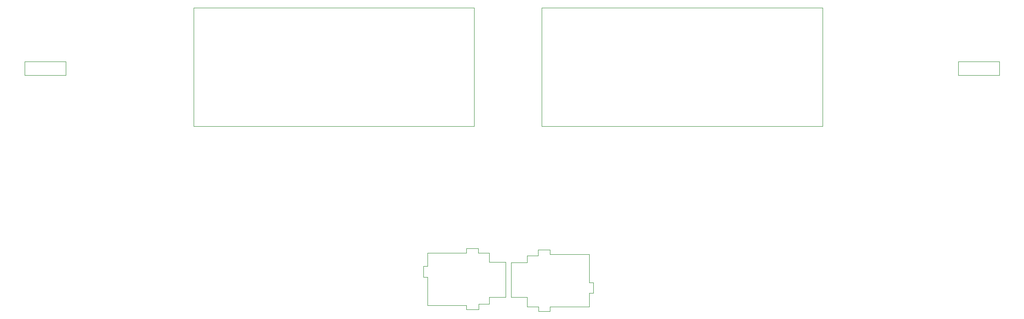
<source format=gbr>
%TF.GenerationSoftware,KiCad,Pcbnew,7.0.0-da2b9df05c~165~ubuntu22.04.1*%
%TF.CreationDate,2023-02-23T10:01:47+01:00*%
%TF.ProjectId,Europe-ergo,4575726f-7065-42d6-9572-676f2e6b6963,rev?*%
%TF.SameCoordinates,Original*%
%TF.FileFunction,Other,User*%
%FSLAX46Y46*%
G04 Gerber Fmt 4.6, Leading zero omitted, Abs format (unit mm)*
G04 Created by KiCad (PCBNEW 7.0.0-da2b9df05c~165~ubuntu22.04.1) date 2023-02-23 10:01:47*
%MOMM*%
%LPD*%
G01*
G04 APERTURE LIST*
%ADD10C,0.050000*%
%ADD11C,0.120000*%
G04 APERTURE END LIST*
D10*
%TO.C,SW16*%
X403360000Y-51730000D02*
X395740000Y-51730000D01*
X395740000Y-51730000D02*
X395740000Y-54270000D01*
X395740000Y-54270000D02*
X403360000Y-54270000D01*
X403360000Y-54270000D02*
X403360000Y-51730000D01*
%TO.C,SW15*%
X222650000Y-54270000D02*
X230270000Y-54270000D01*
X230270000Y-54270000D02*
X230270000Y-51730000D01*
X230270000Y-51730000D02*
X222650000Y-51730000D01*
X222650000Y-51730000D02*
X222650000Y-54270000D01*
%TO.C,J2*%
X328075000Y-94750000D02*
X328075000Y-92750000D01*
X328075000Y-92750000D02*
X327325000Y-92750000D01*
X327325000Y-97250000D02*
X327325000Y-94750000D01*
X327325000Y-94750000D02*
X328075000Y-94750000D01*
X327325000Y-92750000D02*
X327325000Y-87500000D01*
X327325000Y-87500000D02*
X320075000Y-87500000D01*
X320075000Y-98100000D02*
X320075000Y-97250000D01*
X320075000Y-97250000D02*
X327325000Y-97250000D01*
X320075000Y-87500000D02*
X320075000Y-86700000D01*
X320075000Y-86700000D02*
X317825000Y-86700000D01*
X317925000Y-98100000D02*
X320075000Y-98100000D01*
X317925000Y-97250000D02*
X317925000Y-98100000D01*
X317825000Y-87750000D02*
X315825000Y-87750000D01*
X317825000Y-86700000D02*
X317825000Y-87750000D01*
X315825000Y-97250000D02*
X317925000Y-97250000D01*
X315825000Y-95500000D02*
X315825000Y-97250000D01*
X315825000Y-89000000D02*
X312825000Y-89000000D01*
X315825000Y-87750000D02*
X315825000Y-89000000D01*
X312825000Y-95500000D02*
X315825000Y-95500000D01*
X312825000Y-89000000D02*
X312825000Y-95500000D01*
D11*
%TO.C,U1*%
X306000000Y-41725000D02*
X254000000Y-41725000D01*
X254000000Y-41725000D02*
X254000000Y-63725000D01*
X306000000Y-63725000D02*
X306000000Y-41725000D01*
X254000000Y-63725000D02*
X306000000Y-63725000D01*
%TO.C,U2*%
X318550000Y-63725000D02*
X370550000Y-63725000D01*
X370550000Y-63725000D02*
X370550000Y-41725000D01*
X318550000Y-41725000D02*
X318550000Y-63725000D01*
X370550000Y-41725000D02*
X318550000Y-41725000D01*
D10*
%TO.C,J1*%
X296570000Y-89730000D02*
X296570000Y-91730000D01*
X296570000Y-91730000D02*
X297320000Y-91730000D01*
X297320000Y-87230000D02*
X297320000Y-89730000D01*
X297320000Y-89730000D02*
X296570000Y-89730000D01*
X297320000Y-91730000D02*
X297320000Y-96980000D01*
X297320000Y-96980000D02*
X304570000Y-96980000D01*
X304570000Y-86380000D02*
X304570000Y-87230000D01*
X304570000Y-87230000D02*
X297320000Y-87230000D01*
X304570000Y-96980000D02*
X304570000Y-97780000D01*
X304570000Y-97780000D02*
X306820000Y-97780000D01*
X306720000Y-86380000D02*
X304570000Y-86380000D01*
X306720000Y-87230000D02*
X306720000Y-86380000D01*
X306820000Y-96730000D02*
X308820000Y-96730000D01*
X306820000Y-97780000D02*
X306820000Y-96730000D01*
X308820000Y-87230000D02*
X306720000Y-87230000D01*
X308820000Y-88980000D02*
X308820000Y-87230000D01*
X308820000Y-95480000D02*
X311820000Y-95480000D01*
X308820000Y-96730000D02*
X308820000Y-95480000D01*
X311820000Y-88980000D02*
X308820000Y-88980000D01*
X311820000Y-95480000D02*
X311820000Y-88980000D01*
%TD*%
M02*

</source>
